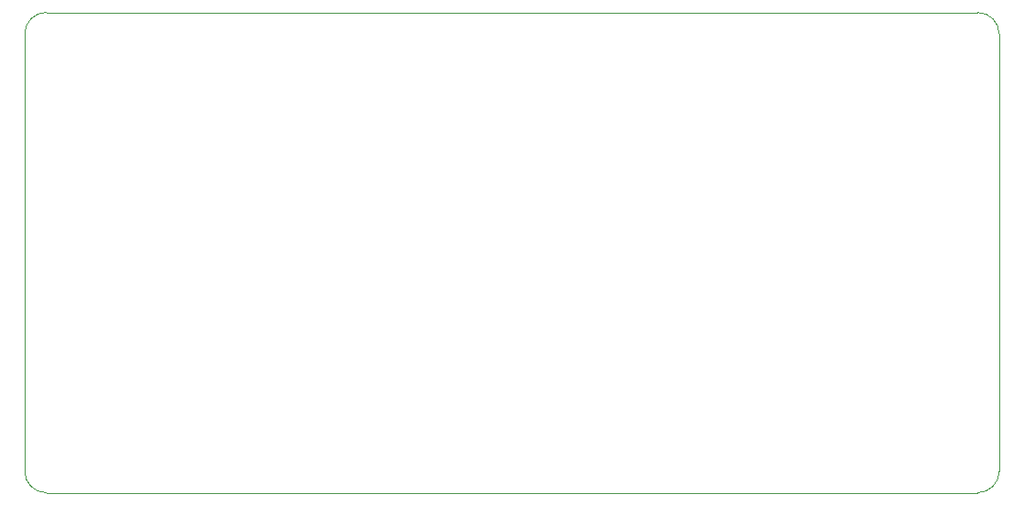
<source format=gm1>
%TF.GenerationSoftware,KiCad,Pcbnew,8.0.4*%
%TF.CreationDate,2024-09-16T22:07:11+05:30*%
%TF.ProjectId,mmeshtastic-pcb,6d6d6573-6874-4617-9374-69632d706362,rev?*%
%TF.SameCoordinates,Original*%
%TF.FileFunction,Profile,NP*%
%FSLAX46Y46*%
G04 Gerber Fmt 4.6, Leading zero omitted, Abs format (unit mm)*
G04 Created by KiCad (PCBNEW 8.0.4) date 2024-09-16 22:07:11*
%MOMM*%
%LPD*%
G01*
G04 APERTURE LIST*
%TA.AperFunction,Profile*%
%ADD10C,0.050000*%
%TD*%
G04 APERTURE END LIST*
D10*
X52800000Y-67310000D02*
X138970000Y-67310000D01*
X50800000Y-109760000D02*
X50800000Y-69310000D01*
X52800000Y-111760000D02*
G75*
G02*
X50800000Y-109760000I0J2000000D01*
G01*
X138970000Y-67310000D02*
G75*
G02*
X140970000Y-69310000I0J-2000000D01*
G01*
X138970000Y-111760000D02*
X52800000Y-111760000D01*
X140970000Y-69310000D02*
X140970000Y-109760000D01*
X140970000Y-109760000D02*
G75*
G02*
X138970000Y-111760000I-2000000J0D01*
G01*
X50800000Y-69310000D02*
G75*
G02*
X52800000Y-67310000I2000000J0D01*
G01*
M02*

</source>
